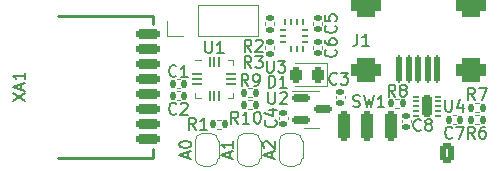
<source format=gto>
G04 #@! TF.GenerationSoftware,KiCad,Pcbnew,(6.0.7)*
G04 #@! TF.CreationDate,2023-02-22T13:34:51-04:00*
G04 #@! TF.ProjectId,Twitch Switch,54776974-6368-4205-9377-697463682e6b,1.1*
G04 #@! TF.SameCoordinates,Original*
G04 #@! TF.FileFunction,Legend,Top*
G04 #@! TF.FilePolarity,Positive*
%FSLAX46Y46*%
G04 Gerber Fmt 4.6, Leading zero omitted, Abs format (unit mm)*
G04 Created by KiCad (PCBNEW (6.0.7)) date 2023-02-22 13:34:51*
%MOMM*%
%LPD*%
G01*
G04 APERTURE LIST*
G04 Aperture macros list*
%AMRoundRect*
0 Rectangle with rounded corners*
0 $1 Rounding radius*
0 $2 $3 $4 $5 $6 $7 $8 $9 X,Y pos of 4 corners*
0 Add a 4 corners polygon primitive as box body*
4,1,4,$2,$3,$4,$5,$6,$7,$8,$9,$2,$3,0*
0 Add four circle primitives for the rounded corners*
1,1,$1+$1,$2,$3*
1,1,$1+$1,$4,$5*
1,1,$1+$1,$6,$7*
1,1,$1+$1,$8,$9*
0 Add four rect primitives between the rounded corners*
20,1,$1+$1,$2,$3,$4,$5,0*
20,1,$1+$1,$4,$5,$6,$7,0*
20,1,$1+$1,$6,$7,$8,$9,0*
20,1,$1+$1,$8,$9,$2,$3,0*%
%AMOutline5P*
0 Free polygon, 5 corners , with rotation*
0 The origin of the aperture is its center*
0 number of corners: always 5*
0 $1 to $10 corner X, Y*
0 $11 Rotation angle, in degrees counterclockwise*
0 create outline with 5 corners*
4,1,5,$1,$2,$3,$4,$5,$6,$7,$8,$9,$10,$1,$2,$11*%
%AMOutline6P*
0 Free polygon, 6 corners , with rotation*
0 The origin of the aperture is its center*
0 number of corners: always 6*
0 $1 to $12 corner X, Y*
0 $13 Rotation angle, in degrees counterclockwise*
0 create outline with 6 corners*
4,1,6,$1,$2,$3,$4,$5,$6,$7,$8,$9,$10,$11,$12,$1,$2,$13*%
%AMOutline7P*
0 Free polygon, 7 corners , with rotation*
0 The origin of the aperture is its center*
0 number of corners: always 7*
0 $1 to $14 corner X, Y*
0 $15 Rotation angle, in degrees counterclockwise*
0 create outline with 7 corners*
4,1,7,$1,$2,$3,$4,$5,$6,$7,$8,$9,$10,$11,$12,$13,$14,$1,$2,$15*%
%AMOutline8P*
0 Free polygon, 8 corners , with rotation*
0 The origin of the aperture is its center*
0 number of corners: always 8*
0 $1 to $16 corner X, Y*
0 $17 Rotation angle, in degrees counterclockwise*
0 create outline with 8 corners*
4,1,8,$1,$2,$3,$4,$5,$6,$7,$8,$9,$10,$11,$12,$13,$14,$15,$16,$1,$2,$17*%
%AMFreePoly0*
4,1,22,0.500000,-0.750000,0.000000,-0.750000,0.000000,-0.745033,-0.079941,-0.743568,-0.215256,-0.701293,-0.333266,-0.622738,-0.424486,-0.514219,-0.481581,-0.384460,-0.499164,-0.250000,-0.500000,-0.250000,-0.500000,0.250000,-0.499164,0.250000,-0.499963,0.256109,-0.478152,0.396186,-0.417904,0.524511,-0.324060,0.630769,-0.204165,0.706417,-0.067858,0.745374,0.000000,0.744959,0.000000,0.750000,
0.500000,0.750000,0.500000,-0.750000,0.500000,-0.750000,$1*%
%AMFreePoly1*
4,1,20,0.000000,0.744959,0.073905,0.744508,0.209726,0.703889,0.328688,0.626782,0.421226,0.519385,0.479903,0.390333,0.500000,0.250000,0.500000,-0.250000,0.499851,-0.262216,0.476331,-0.402017,0.414519,-0.529596,0.319384,-0.634700,0.198574,-0.708877,0.061801,-0.746166,0.000000,-0.745033,0.000000,-0.750000,-0.500000,-0.750000,-0.500000,0.750000,0.000000,0.750000,0.000000,0.744959,
0.000000,0.744959,$1*%
%AMFreePoly2*
4,1,14,0.334644,0.085355,0.385355,0.034644,0.400000,-0.000711,0.400000,-0.050000,0.385355,-0.085355,0.350000,-0.100000,-0.350000,-0.100000,-0.385355,-0.085355,-0.400000,-0.050000,-0.400000,0.050000,-0.385355,0.085355,-0.350000,0.100000,0.299289,0.100000,0.334644,0.085355,0.334644,0.085355,$1*%
%AMFreePoly3*
4,1,14,0.385355,0.085355,0.400000,0.050000,0.400000,0.000711,0.385355,-0.034644,0.334644,-0.085355,0.299289,-0.100000,-0.350000,-0.100000,-0.385355,-0.085355,-0.400000,-0.050000,-0.400000,0.050000,-0.385355,0.085355,-0.350000,0.100000,0.350000,0.100000,0.385355,0.085355,0.385355,0.085355,$1*%
%AMFreePoly4*
4,1,14,0.085355,0.385355,0.100000,0.350000,0.100000,-0.350000,0.085355,-0.385355,0.050000,-0.400000,-0.050000,-0.400000,-0.085355,-0.385355,-0.100000,-0.350000,-0.100000,0.299289,-0.085355,0.334644,-0.034644,0.385355,0.000711,0.400000,0.050000,0.400000,0.085355,0.385355,0.085355,0.385355,$1*%
%AMFreePoly5*
4,1,14,0.034644,0.385355,0.085355,0.334644,0.100000,0.299289,0.100000,-0.350000,0.085355,-0.385355,0.050000,-0.400000,-0.050000,-0.400000,-0.085355,-0.385355,-0.100000,-0.350000,-0.100000,0.350000,-0.085355,0.385355,-0.050000,0.400000,-0.000711,0.400000,0.034644,0.385355,0.034644,0.385355,$1*%
%AMFreePoly6*
4,1,14,0.385355,0.085355,0.400000,0.050000,0.400000,-0.050000,0.385355,-0.085355,0.350000,-0.100000,-0.299289,-0.100000,-0.334644,-0.085355,-0.385355,-0.034644,-0.400000,0.000711,-0.400000,0.050000,-0.385355,0.085355,-0.350000,0.100000,0.350000,0.100000,0.385355,0.085355,0.385355,0.085355,$1*%
%AMFreePoly7*
4,1,14,0.385355,0.085355,0.400000,0.050000,0.400000,-0.050000,0.385355,-0.085355,0.350000,-0.100000,-0.350000,-0.100000,-0.385355,-0.085355,-0.400000,-0.050000,-0.400000,-0.000711,-0.385355,0.034644,-0.334644,0.085355,-0.299289,0.100000,0.350000,0.100000,0.385355,0.085355,0.385355,0.085355,$1*%
%AMFreePoly8*
4,1,14,0.085355,0.385355,0.100000,0.350000,0.100000,-0.299289,0.085355,-0.334644,0.034644,-0.385355,-0.000711,-0.400000,-0.050000,-0.400000,-0.085355,-0.385355,-0.100000,-0.350000,-0.100000,0.350000,-0.085355,0.385355,-0.050000,0.400000,0.050000,0.400000,0.085355,0.385355,0.085355,0.385355,$1*%
%AMFreePoly9*
4,1,14,0.085355,0.385355,0.100000,0.350000,0.100000,-0.350000,0.085355,-0.385355,0.050000,-0.400000,0.000711,-0.400000,-0.034644,-0.385355,-0.085355,-0.334644,-0.100000,-0.299289,-0.100000,0.350000,-0.085355,0.385355,-0.050000,0.400000,0.050000,0.400000,0.085355,0.385355,0.085355,0.385355,$1*%
G04 Aperture macros list end*
%ADD10C,0.150000*%
%ADD11C,0.120000*%
%ADD12C,0.254000*%
%ADD13RoundRect,0.135000X-0.135000X-0.185000X0.135000X-0.185000X0.135000X0.185000X-0.135000X0.185000X0*%
%ADD14RoundRect,0.135000X0.185000X-0.135000X0.185000X0.135000X-0.185000X0.135000X-0.185000X-0.135000X0*%
%ADD15RoundRect,0.250000X0.250000X-1.000000X0.250000X1.000000X-0.250000X1.000000X-0.250000X-1.000000X0*%
%ADD16RoundRect,0.140000X0.140000X0.170000X-0.140000X0.170000X-0.140000X-0.170000X0.140000X-0.170000X0*%
%ADD17RoundRect,0.225000X0.775000X-0.225000X0.775000X0.225000X-0.775000X0.225000X-0.775000X-0.225000X0*%
%ADD18R,1.000000X1.000000*%
%ADD19RoundRect,0.140000X0.170000X-0.140000X0.170000X0.140000X-0.170000X0.140000X-0.170000X-0.140000X0*%
%ADD20FreePoly0,90.000000*%
%ADD21FreePoly1,90.000000*%
%ADD22C,1.000000*%
%ADD23RoundRect,0.150000X-0.587500X-0.150000X0.587500X-0.150000X0.587500X0.150000X-0.587500X0.150000X0*%
%ADD24RoundRect,0.135000X0.135000X0.185000X-0.135000X0.185000X-0.135000X-0.185000X0.135000X-0.185000X0*%
%ADD25RoundRect,0.140000X-0.170000X0.140000X-0.170000X-0.140000X0.170000X-0.140000X0.170000X0.140000X0*%
%ADD26RoundRect,0.243750X0.243750X0.456250X-0.243750X0.456250X-0.243750X-0.456250X0.243750X-0.456250X0*%
%ADD27RoundRect,0.140000X-0.140000X-0.170000X0.140000X-0.170000X0.140000X0.170000X-0.140000X0.170000X0*%
%ADD28RoundRect,0.135000X-0.185000X0.135000X-0.185000X-0.135000X0.185000X-0.135000X0.185000X0.135000X0*%
%ADD29R,1.700000X1.700000*%
%ADD30O,1.700000X1.700000*%
%ADD31Outline5P,-0.237500X0.075000X-0.187500X0.125000X0.237500X0.125000X0.237500X-0.125000X-0.237500X-0.125000X270.000000*%
%ADD32RoundRect,0.062500X0.062500X-0.175000X0.062500X0.175000X-0.062500X0.175000X-0.062500X-0.175000X0*%
%ADD33RoundRect,0.062500X0.175000X0.062500X-0.175000X0.062500X-0.175000X-0.062500X0.175000X-0.062500X0*%
%ADD34C,0.900000*%
%ADD35RoundRect,0.125000X0.125000X1.025000X-0.125000X1.025000X-0.125000X-1.025000X0.125000X-1.025000X0*%
%ADD36RoundRect,0.500000X-0.750000X0.500000X-0.750000X-0.500000X0.750000X-0.500000X0.750000X0.500000X0*%
%ADD37FreePoly2,0.000000*%
%ADD38RoundRect,0.050000X-0.350000X-0.050000X0.350000X-0.050000X0.350000X0.050000X-0.350000X0.050000X0*%
%ADD39FreePoly3,0.000000*%
%ADD40FreePoly4,0.000000*%
%ADD41RoundRect,0.050000X-0.050000X-0.350000X0.050000X-0.350000X0.050000X0.350000X-0.050000X0.350000X0*%
%ADD42FreePoly5,0.000000*%
%ADD43FreePoly6,0.000000*%
%ADD44FreePoly7,0.000000*%
%ADD45FreePoly8,0.000000*%
%ADD46FreePoly9,0.000000*%
%ADD47RoundRect,0.050000X0.200000X0.050000X-0.200000X0.050000X-0.200000X-0.050000X0.200000X-0.050000X0*%
%ADD48RoundRect,0.225000X0.225000X0.725000X-0.225000X0.725000X-0.225000X-0.725000X0.225000X-0.725000X0*%
%ADD49RoundRect,0.250000X-0.350000X-0.625000X0.350000X-0.625000X0.350000X0.625000X-0.350000X0.625000X0*%
%ADD50O,1.200000X1.750000*%
G04 APERTURE END LIST*
D10*
X146804142Y-111704380D02*
X146470809Y-111228190D01*
X146232714Y-111704380D02*
X146232714Y-110704380D01*
X146613666Y-110704380D01*
X146708904Y-110752000D01*
X146756523Y-110799619D01*
X146804142Y-110894857D01*
X146804142Y-111037714D01*
X146756523Y-111132952D01*
X146708904Y-111180571D01*
X146613666Y-111228190D01*
X146232714Y-111228190D01*
X147756523Y-111704380D02*
X147185095Y-111704380D01*
X147470809Y-111704380D02*
X147470809Y-110704380D01*
X147375571Y-110847238D01*
X147280333Y-110942476D01*
X147185095Y-110990095D01*
X148375571Y-110704380D02*
X148470809Y-110704380D01*
X148566047Y-110752000D01*
X148613666Y-110799619D01*
X148661285Y-110894857D01*
X148708904Y-111085333D01*
X148708904Y-111323428D01*
X148661285Y-111513904D01*
X148613666Y-111609142D01*
X148566047Y-111656761D01*
X148470809Y-111704380D01*
X148375571Y-111704380D01*
X148280333Y-111656761D01*
X148232714Y-111609142D01*
X148185095Y-111513904D01*
X148137476Y-111323428D01*
X148137476Y-111085333D01*
X148185095Y-110894857D01*
X148232714Y-110799619D01*
X148280333Y-110752000D01*
X148375571Y-110704380D01*
X147915333Y-107005380D02*
X147582000Y-106529190D01*
X147343904Y-107005380D02*
X147343904Y-106005380D01*
X147724857Y-106005380D01*
X147820095Y-106053000D01*
X147867714Y-106100619D01*
X147915333Y-106195857D01*
X147915333Y-106338714D01*
X147867714Y-106433952D01*
X147820095Y-106481571D01*
X147724857Y-106529190D01*
X147343904Y-106529190D01*
X148248666Y-106005380D02*
X148867714Y-106005380D01*
X148534380Y-106386333D01*
X148677238Y-106386333D01*
X148772476Y-106433952D01*
X148820095Y-106481571D01*
X148867714Y-106576809D01*
X148867714Y-106814904D01*
X148820095Y-106910142D01*
X148772476Y-106957761D01*
X148677238Y-107005380D01*
X148391523Y-107005380D01*
X148296285Y-106957761D01*
X148248666Y-106910142D01*
X156527666Y-110259761D02*
X156670523Y-110307380D01*
X156908619Y-110307380D01*
X157003857Y-110259761D01*
X157051476Y-110212142D01*
X157099095Y-110116904D01*
X157099095Y-110021666D01*
X157051476Y-109926428D01*
X157003857Y-109878809D01*
X156908619Y-109831190D01*
X156718142Y-109783571D01*
X156622904Y-109735952D01*
X156575285Y-109688333D01*
X156527666Y-109593095D01*
X156527666Y-109497857D01*
X156575285Y-109402619D01*
X156622904Y-109355000D01*
X156718142Y-109307380D01*
X156956238Y-109307380D01*
X157099095Y-109355000D01*
X157432428Y-109307380D02*
X157670523Y-110307380D01*
X157861000Y-109593095D01*
X158051476Y-110307380D01*
X158289571Y-109307380D01*
X159194333Y-110307380D02*
X158622904Y-110307380D01*
X158908619Y-110307380D02*
X158908619Y-109307380D01*
X158813380Y-109450238D01*
X158718142Y-109545476D01*
X158622904Y-109593095D01*
X164933333Y-112879142D02*
X164885714Y-112926761D01*
X164742857Y-112974380D01*
X164647619Y-112974380D01*
X164504761Y-112926761D01*
X164409523Y-112831523D01*
X164361904Y-112736285D01*
X164314285Y-112545809D01*
X164314285Y-112402952D01*
X164361904Y-112212476D01*
X164409523Y-112117238D01*
X164504761Y-112022000D01*
X164647619Y-111974380D01*
X164742857Y-111974380D01*
X164885714Y-112022000D01*
X164933333Y-112069619D01*
X165266666Y-111974380D02*
X165933333Y-111974380D01*
X165504761Y-112974380D01*
X127722380Y-109823095D02*
X128722380Y-109156428D01*
X127722380Y-109156428D02*
X128722380Y-109823095D01*
X128436666Y-108823095D02*
X128436666Y-108346904D01*
X128722380Y-108918333D02*
X127722380Y-108585000D01*
X128722380Y-108251666D01*
X128722380Y-107394523D02*
X128722380Y-107965952D01*
X128722380Y-107680238D02*
X127722380Y-107680238D01*
X127865238Y-107775476D01*
X127960476Y-107870714D01*
X128008095Y-107965952D01*
X162266333Y-112244142D02*
X162218714Y-112291761D01*
X162075857Y-112339380D01*
X161980619Y-112339380D01*
X161837761Y-112291761D01*
X161742523Y-112196523D01*
X161694904Y-112101285D01*
X161647285Y-111910809D01*
X161647285Y-111767952D01*
X161694904Y-111577476D01*
X161742523Y-111482238D01*
X161837761Y-111387000D01*
X161980619Y-111339380D01*
X162075857Y-111339380D01*
X162218714Y-111387000D01*
X162266333Y-111434619D01*
X162837761Y-111767952D02*
X162742523Y-111720333D01*
X162694904Y-111672714D01*
X162647285Y-111577476D01*
X162647285Y-111529857D01*
X162694904Y-111434619D01*
X162742523Y-111387000D01*
X162837761Y-111339380D01*
X163028238Y-111339380D01*
X163123476Y-111387000D01*
X163171095Y-111434619D01*
X163218714Y-111529857D01*
X163218714Y-111577476D01*
X163171095Y-111672714D01*
X163123476Y-111720333D01*
X163028238Y-111767952D01*
X162837761Y-111767952D01*
X162742523Y-111815571D01*
X162694904Y-111863190D01*
X162647285Y-111958428D01*
X162647285Y-112148904D01*
X162694904Y-112244142D01*
X162742523Y-112291761D01*
X162837761Y-112339380D01*
X163028238Y-112339380D01*
X163123476Y-112291761D01*
X163171095Y-112244142D01*
X163218714Y-112148904D01*
X163218714Y-111958428D01*
X163171095Y-111863190D01*
X163123476Y-111815571D01*
X163028238Y-111767952D01*
X142533666Y-114633285D02*
X142533666Y-114157095D01*
X142819380Y-114728523D02*
X141819380Y-114395190D01*
X142819380Y-114061857D01*
X141819380Y-113538047D02*
X141819380Y-113442809D01*
X141867000Y-113347571D01*
X141914619Y-113299952D01*
X142009857Y-113252333D01*
X142200333Y-113204714D01*
X142438428Y-113204714D01*
X142628904Y-113252333D01*
X142724142Y-113299952D01*
X142771761Y-113347571D01*
X142819380Y-113442809D01*
X142819380Y-113538047D01*
X142771761Y-113633285D01*
X142724142Y-113680904D01*
X142628904Y-113728523D01*
X142438428Y-113776142D01*
X142200333Y-113776142D01*
X142009857Y-113728523D01*
X141914619Y-113680904D01*
X141867000Y-113633285D01*
X141819380Y-113538047D01*
X149645666Y-114633285D02*
X149645666Y-114157095D01*
X149931380Y-114728523D02*
X148931380Y-114395190D01*
X149931380Y-114061857D01*
X149026619Y-113776142D02*
X148979000Y-113728523D01*
X148931380Y-113633285D01*
X148931380Y-113395190D01*
X148979000Y-113299952D01*
X149026619Y-113252333D01*
X149121857Y-113204714D01*
X149217095Y-113204714D01*
X149359952Y-113252333D01*
X149931380Y-113823761D01*
X149931380Y-113204714D01*
X149352095Y-109053380D02*
X149352095Y-109862904D01*
X149399714Y-109958142D01*
X149447333Y-110005761D01*
X149542571Y-110053380D01*
X149733047Y-110053380D01*
X149828285Y-110005761D01*
X149875904Y-109958142D01*
X149923523Y-109862904D01*
X149923523Y-109053380D01*
X150352095Y-109148619D02*
X150399714Y-109101000D01*
X150494952Y-109053380D01*
X150733047Y-109053380D01*
X150828285Y-109101000D01*
X150875904Y-109148619D01*
X150923523Y-109243857D01*
X150923523Y-109339095D01*
X150875904Y-109481952D01*
X150304476Y-110053380D01*
X150923523Y-110053380D01*
X147661333Y-108529380D02*
X147328000Y-108053190D01*
X147089904Y-108529380D02*
X147089904Y-107529380D01*
X147470857Y-107529380D01*
X147566095Y-107577000D01*
X147613714Y-107624619D01*
X147661333Y-107719857D01*
X147661333Y-107862714D01*
X147613714Y-107957952D01*
X147566095Y-108005571D01*
X147470857Y-108053190D01*
X147089904Y-108053190D01*
X148137523Y-108529380D02*
X148328000Y-108529380D01*
X148423238Y-108481761D01*
X148470857Y-108434142D01*
X148566095Y-108291285D01*
X148613714Y-108100809D01*
X148613714Y-107719857D01*
X148566095Y-107624619D01*
X148518476Y-107577000D01*
X148423238Y-107529380D01*
X148232761Y-107529380D01*
X148137523Y-107577000D01*
X148089904Y-107624619D01*
X148042285Y-107719857D01*
X148042285Y-107957952D01*
X148089904Y-108053190D01*
X148137523Y-108100809D01*
X148232761Y-108148428D01*
X148423238Y-108148428D01*
X148518476Y-108100809D01*
X148566095Y-108053190D01*
X148613714Y-107957952D01*
X155154333Y-108307142D02*
X155106714Y-108354761D01*
X154963857Y-108402380D01*
X154868619Y-108402380D01*
X154725761Y-108354761D01*
X154630523Y-108259523D01*
X154582904Y-108164285D01*
X154535285Y-107973809D01*
X154535285Y-107830952D01*
X154582904Y-107640476D01*
X154630523Y-107545238D01*
X154725761Y-107450000D01*
X154868619Y-107402380D01*
X154963857Y-107402380D01*
X155106714Y-107450000D01*
X155154333Y-107497619D01*
X155487666Y-107402380D02*
X156106714Y-107402380D01*
X155773380Y-107783333D01*
X155916238Y-107783333D01*
X156011476Y-107830952D01*
X156059095Y-107878571D01*
X156106714Y-107973809D01*
X156106714Y-108211904D01*
X156059095Y-108307142D01*
X156011476Y-108354761D01*
X155916238Y-108402380D01*
X155630523Y-108402380D01*
X155535285Y-108354761D01*
X155487666Y-108307142D01*
X149375904Y-108656380D02*
X149375904Y-107656380D01*
X149614000Y-107656380D01*
X149756857Y-107704000D01*
X149852095Y-107799238D01*
X149899714Y-107894476D01*
X149947333Y-108084952D01*
X149947333Y-108227809D01*
X149899714Y-108418285D01*
X149852095Y-108513523D01*
X149756857Y-108608761D01*
X149614000Y-108656380D01*
X149375904Y-108656380D01*
X150899714Y-108656380D02*
X150328285Y-108656380D01*
X150614000Y-108656380D02*
X150614000Y-107656380D01*
X150518761Y-107799238D01*
X150423523Y-107894476D01*
X150328285Y-107942095D01*
X141565333Y-110847142D02*
X141517714Y-110894761D01*
X141374857Y-110942380D01*
X141279619Y-110942380D01*
X141136761Y-110894761D01*
X141041523Y-110799523D01*
X140993904Y-110704285D01*
X140946285Y-110513809D01*
X140946285Y-110370952D01*
X140993904Y-110180476D01*
X141041523Y-110085238D01*
X141136761Y-109990000D01*
X141279619Y-109942380D01*
X141374857Y-109942380D01*
X141517714Y-109990000D01*
X141565333Y-110037619D01*
X141946285Y-110037619D02*
X141993904Y-109990000D01*
X142089142Y-109942380D01*
X142327238Y-109942380D01*
X142422476Y-109990000D01*
X142470095Y-110037619D01*
X142517714Y-110132857D01*
X142517714Y-110228095D01*
X142470095Y-110370952D01*
X141898666Y-110942380D01*
X142517714Y-110942380D01*
X160107333Y-109418380D02*
X159774000Y-108942190D01*
X159535904Y-109418380D02*
X159535904Y-108418380D01*
X159916857Y-108418380D01*
X160012095Y-108466000D01*
X160059714Y-108513619D01*
X160107333Y-108608857D01*
X160107333Y-108751714D01*
X160059714Y-108846952D01*
X160012095Y-108894571D01*
X159916857Y-108942190D01*
X159535904Y-108942190D01*
X160678761Y-108846952D02*
X160583523Y-108799333D01*
X160535904Y-108751714D01*
X160488285Y-108656476D01*
X160488285Y-108608857D01*
X160535904Y-108513619D01*
X160583523Y-108466000D01*
X160678761Y-108418380D01*
X160869238Y-108418380D01*
X160964476Y-108466000D01*
X161012095Y-108513619D01*
X161059714Y-108608857D01*
X161059714Y-108656476D01*
X161012095Y-108751714D01*
X160964476Y-108799333D01*
X160869238Y-108846952D01*
X160678761Y-108846952D01*
X160583523Y-108894571D01*
X160535904Y-108942190D01*
X160488285Y-109037428D01*
X160488285Y-109227904D01*
X160535904Y-109323142D01*
X160583523Y-109370761D01*
X160678761Y-109418380D01*
X160869238Y-109418380D01*
X160964476Y-109370761D01*
X161012095Y-109323142D01*
X161059714Y-109227904D01*
X161059714Y-109037428D01*
X161012095Y-108942190D01*
X160964476Y-108894571D01*
X160869238Y-108846952D01*
X147915333Y-105608380D02*
X147582000Y-105132190D01*
X147343904Y-105608380D02*
X147343904Y-104608380D01*
X147724857Y-104608380D01*
X147820095Y-104656000D01*
X147867714Y-104703619D01*
X147915333Y-104798857D01*
X147915333Y-104941714D01*
X147867714Y-105036952D01*
X147820095Y-105084571D01*
X147724857Y-105132190D01*
X147343904Y-105132190D01*
X148296285Y-104703619D02*
X148343904Y-104656000D01*
X148439142Y-104608380D01*
X148677238Y-104608380D01*
X148772476Y-104656000D01*
X148820095Y-104703619D01*
X148867714Y-104798857D01*
X148867714Y-104894095D01*
X148820095Y-105036952D01*
X148248666Y-105608380D01*
X148867714Y-105608380D01*
X143216333Y-112212380D02*
X142883000Y-111736190D01*
X142644904Y-112212380D02*
X142644904Y-111212380D01*
X143025857Y-111212380D01*
X143121095Y-111260000D01*
X143168714Y-111307619D01*
X143216333Y-111402857D01*
X143216333Y-111545714D01*
X143168714Y-111640952D01*
X143121095Y-111688571D01*
X143025857Y-111736190D01*
X142644904Y-111736190D01*
X144168714Y-112212380D02*
X143597285Y-112212380D01*
X143883000Y-112212380D02*
X143883000Y-111212380D01*
X143787761Y-111355238D01*
X143692523Y-111450476D01*
X143597285Y-111498095D01*
X166838333Y-109672380D02*
X166505000Y-109196190D01*
X166266904Y-109672380D02*
X166266904Y-108672380D01*
X166647857Y-108672380D01*
X166743095Y-108720000D01*
X166790714Y-108767619D01*
X166838333Y-108862857D01*
X166838333Y-109005714D01*
X166790714Y-109100952D01*
X166743095Y-109148571D01*
X166647857Y-109196190D01*
X166266904Y-109196190D01*
X167171666Y-108672380D02*
X167838333Y-108672380D01*
X167409761Y-109672380D01*
X166838333Y-112974380D02*
X166505000Y-112498190D01*
X166266904Y-112974380D02*
X166266904Y-111974380D01*
X166647857Y-111974380D01*
X166743095Y-112022000D01*
X166790714Y-112069619D01*
X166838333Y-112164857D01*
X166838333Y-112307714D01*
X166790714Y-112402952D01*
X166743095Y-112450571D01*
X166647857Y-112498190D01*
X166266904Y-112498190D01*
X167695476Y-111974380D02*
X167505000Y-111974380D01*
X167409761Y-112022000D01*
X167362142Y-112069619D01*
X167266904Y-112212476D01*
X167219285Y-112402952D01*
X167219285Y-112783904D01*
X167266904Y-112879142D01*
X167314523Y-112926761D01*
X167409761Y-112974380D01*
X167600238Y-112974380D01*
X167695476Y-112926761D01*
X167743095Y-112879142D01*
X167790714Y-112783904D01*
X167790714Y-112545809D01*
X167743095Y-112450571D01*
X167695476Y-112402952D01*
X167600238Y-112355333D01*
X167409761Y-112355333D01*
X167314523Y-112402952D01*
X167266904Y-112450571D01*
X167219285Y-112545809D01*
X149225095Y-106386380D02*
X149225095Y-107195904D01*
X149272714Y-107291142D01*
X149320333Y-107338761D01*
X149415571Y-107386380D01*
X149606047Y-107386380D01*
X149701285Y-107338761D01*
X149748904Y-107291142D01*
X149796523Y-107195904D01*
X149796523Y-106386380D01*
X150177476Y-106386380D02*
X150796523Y-106386380D01*
X150463190Y-106767333D01*
X150606047Y-106767333D01*
X150701285Y-106814952D01*
X150748904Y-106862571D01*
X150796523Y-106957809D01*
X150796523Y-107195904D01*
X150748904Y-107291142D01*
X150701285Y-107338761D01*
X150606047Y-107386380D01*
X150320333Y-107386380D01*
X150225095Y-107338761D01*
X150177476Y-107291142D01*
X149963142Y-111418666D02*
X150010761Y-111466285D01*
X150058380Y-111609142D01*
X150058380Y-111704380D01*
X150010761Y-111847238D01*
X149915523Y-111942476D01*
X149820285Y-111990095D01*
X149629809Y-112037714D01*
X149486952Y-112037714D01*
X149296476Y-111990095D01*
X149201238Y-111942476D01*
X149106000Y-111847238D01*
X149058380Y-111704380D01*
X149058380Y-111609142D01*
X149106000Y-111466285D01*
X149153619Y-111418666D01*
X149391714Y-110561523D02*
X150058380Y-110561523D01*
X149010761Y-110799619D02*
X149725047Y-111037714D01*
X149725047Y-110418666D01*
X141565333Y-107672142D02*
X141517714Y-107719761D01*
X141374857Y-107767380D01*
X141279619Y-107767380D01*
X141136761Y-107719761D01*
X141041523Y-107624523D01*
X140993904Y-107529285D01*
X140946285Y-107338809D01*
X140946285Y-107195952D01*
X140993904Y-107005476D01*
X141041523Y-106910238D01*
X141136761Y-106815000D01*
X141279619Y-106767380D01*
X141374857Y-106767380D01*
X141517714Y-106815000D01*
X141565333Y-106862619D01*
X142517714Y-107767380D02*
X141946285Y-107767380D01*
X142232000Y-107767380D02*
X142232000Y-106767380D01*
X142136761Y-106910238D01*
X142041523Y-107005476D01*
X141946285Y-107053095D01*
X155043142Y-105449666D02*
X155090761Y-105497285D01*
X155138380Y-105640142D01*
X155138380Y-105735380D01*
X155090761Y-105878238D01*
X154995523Y-105973476D01*
X154900285Y-106021095D01*
X154709809Y-106068714D01*
X154566952Y-106068714D01*
X154376476Y-106021095D01*
X154281238Y-105973476D01*
X154186000Y-105878238D01*
X154138380Y-105735380D01*
X154138380Y-105640142D01*
X154186000Y-105497285D01*
X154233619Y-105449666D01*
X154138380Y-104592523D02*
X154138380Y-104783000D01*
X154186000Y-104878238D01*
X154233619Y-104925857D01*
X154376476Y-105021095D01*
X154566952Y-105068714D01*
X154947904Y-105068714D01*
X155043142Y-105021095D01*
X155090761Y-104973476D01*
X155138380Y-104878238D01*
X155138380Y-104687761D01*
X155090761Y-104592523D01*
X155043142Y-104544904D01*
X154947904Y-104497285D01*
X154709809Y-104497285D01*
X154614571Y-104544904D01*
X154566952Y-104592523D01*
X154519333Y-104687761D01*
X154519333Y-104878238D01*
X154566952Y-104973476D01*
X154614571Y-105021095D01*
X154709809Y-105068714D01*
X156892666Y-104100380D02*
X156892666Y-104814666D01*
X156845047Y-104957523D01*
X156749809Y-105052761D01*
X156606952Y-105100380D01*
X156511714Y-105100380D01*
X157892666Y-105100380D02*
X157321238Y-105100380D01*
X157606952Y-105100380D02*
X157606952Y-104100380D01*
X157511714Y-104243238D01*
X157416476Y-104338476D01*
X157321238Y-104386095D01*
X144018095Y-104735380D02*
X144018095Y-105544904D01*
X144065714Y-105640142D01*
X144113333Y-105687761D01*
X144208571Y-105735380D01*
X144399047Y-105735380D01*
X144494285Y-105687761D01*
X144541904Y-105640142D01*
X144589523Y-105544904D01*
X144589523Y-104735380D01*
X145589523Y-105735380D02*
X145018095Y-105735380D01*
X145303809Y-105735380D02*
X145303809Y-104735380D01*
X145208571Y-104878238D01*
X145113333Y-104973476D01*
X145018095Y-105021095D01*
X155043142Y-103417666D02*
X155090761Y-103465285D01*
X155138380Y-103608142D01*
X155138380Y-103703380D01*
X155090761Y-103846238D01*
X154995523Y-103941476D01*
X154900285Y-103989095D01*
X154709809Y-104036714D01*
X154566952Y-104036714D01*
X154376476Y-103989095D01*
X154281238Y-103941476D01*
X154186000Y-103846238D01*
X154138380Y-103703380D01*
X154138380Y-103608142D01*
X154186000Y-103465285D01*
X154233619Y-103417666D01*
X154138380Y-102512904D02*
X154138380Y-102989095D01*
X154614571Y-103036714D01*
X154566952Y-102989095D01*
X154519333Y-102893857D01*
X154519333Y-102655761D01*
X154566952Y-102560523D01*
X154614571Y-102512904D01*
X154709809Y-102465285D01*
X154947904Y-102465285D01*
X155043142Y-102512904D01*
X155090761Y-102560523D01*
X155138380Y-102655761D01*
X155138380Y-102893857D01*
X155090761Y-102989095D01*
X155043142Y-103036714D01*
X146089666Y-114633285D02*
X146089666Y-114157095D01*
X146375380Y-114728523D02*
X145375380Y-114395190D01*
X146375380Y-114061857D01*
X146375380Y-113204714D02*
X146375380Y-113776142D01*
X146375380Y-113490428D02*
X145375380Y-113490428D01*
X145518238Y-113585666D01*
X145613476Y-113680904D01*
X145661095Y-113776142D01*
X164338095Y-109688380D02*
X164338095Y-110497904D01*
X164385714Y-110593142D01*
X164433333Y-110640761D01*
X164528571Y-110688380D01*
X164719047Y-110688380D01*
X164814285Y-110640761D01*
X164861904Y-110593142D01*
X164909523Y-110497904D01*
X164909523Y-109688380D01*
X165814285Y-110021714D02*
X165814285Y-110688380D01*
X165576190Y-109640761D02*
X165338095Y-110355047D01*
X165957142Y-110355047D01*
D11*
X147674359Y-110489000D02*
X147981641Y-110489000D01*
X147674359Y-109729000D02*
X147981641Y-109729000D01*
X149859000Y-105436641D02*
X149859000Y-105129359D01*
X149099000Y-105436641D02*
X149099000Y-105129359D01*
X165207836Y-111739000D02*
X164992164Y-111739000D01*
X165207836Y-111019000D02*
X164992164Y-111019000D01*
D12*
X131556000Y-114585000D02*
X139556000Y-114585000D01*
X139556000Y-113885000D02*
X139556000Y-114585000D01*
X139556000Y-102585000D02*
X139556000Y-103285000D01*
X131556000Y-102585000D02*
X139556000Y-102585000D01*
D11*
X161396000Y-111613836D02*
X161396000Y-111398164D01*
X160676000Y-111613836D02*
X160676000Y-111398164D01*
X143145000Y-114619000D02*
X143145000Y-113219000D01*
X144445000Y-115319000D02*
X143845000Y-115319000D01*
X145145000Y-113219000D02*
X145145000Y-114619000D01*
X143845000Y-112519000D02*
X144445000Y-112519000D01*
X143145000Y-114619000D02*
G75*
G03*
X143845000Y-115319000I699999J-1D01*
G01*
X144445000Y-115319000D02*
G75*
G03*
X145145000Y-114619000I1J699999D01*
G01*
X145145000Y-113219000D02*
G75*
G03*
X144445000Y-112519000I-700000J0D01*
G01*
X143845000Y-112519000D02*
G75*
G03*
X143145000Y-113219000I0J-700000D01*
G01*
X150257000Y-114619000D02*
X150257000Y-113219000D01*
X151557000Y-115319000D02*
X150957000Y-115319000D01*
X152257000Y-113219000D02*
X152257000Y-114619000D01*
X150957000Y-112519000D02*
X151557000Y-112519000D01*
X152257000Y-113219000D02*
G75*
G03*
X151557000Y-112519000I-700000J0D01*
G01*
X150257000Y-114619000D02*
G75*
G03*
X150957000Y-115319000I699999J-1D01*
G01*
X151557000Y-115319000D02*
G75*
G03*
X152257000Y-114619000I1J699999D01*
G01*
X150957000Y-112519000D02*
G75*
G03*
X150257000Y-113219000I0J-700000D01*
G01*
X153035000Y-108930000D02*
X153685000Y-108930000D01*
X153035000Y-112050000D02*
X153685000Y-112050000D01*
X153035000Y-108930000D02*
X151360000Y-108930000D01*
X153035000Y-112050000D02*
X152385000Y-112050000D01*
X147981641Y-109473000D02*
X147674359Y-109473000D01*
X147981641Y-108713000D02*
X147674359Y-108713000D01*
X155088000Y-109366164D02*
X155088000Y-109581836D01*
X155808000Y-109366164D02*
X155808000Y-109581836D01*
X154339000Y-106609000D02*
X151654000Y-106609000D01*
X151654000Y-108529000D02*
X154339000Y-108529000D01*
X154339000Y-108529000D02*
X154339000Y-106609000D01*
X141624164Y-108987000D02*
X141839836Y-108987000D01*
X141624164Y-109707000D02*
X141839836Y-109707000D01*
X160427641Y-109602000D02*
X160120359Y-109602000D01*
X160427641Y-110362000D02*
X160120359Y-110362000D01*
X149859000Y-103097359D02*
X149859000Y-103404641D01*
X149099000Y-103097359D02*
X149099000Y-103404641D01*
X145007359Y-111380000D02*
X145314641Y-111380000D01*
X145007359Y-112140000D02*
X145314641Y-112140000D01*
X143383000Y-101667000D02*
X148523000Y-101667000D01*
X148523000Y-104327000D02*
X148523000Y-101667000D01*
X143383000Y-104327000D02*
X148523000Y-104327000D01*
X140783000Y-104327000D02*
X140783000Y-102997000D01*
X143383000Y-104327000D02*
X143383000Y-101667000D01*
X142113000Y-104327000D02*
X140783000Y-104327000D01*
X167158641Y-110743000D02*
X166851359Y-110743000D01*
X167158641Y-109983000D02*
X166851359Y-109983000D01*
X166851359Y-110999000D02*
X167158641Y-110999000D01*
X166851359Y-111759000D02*
X167158641Y-111759000D01*
X150982000Y-111144164D02*
X150982000Y-111359836D01*
X150262000Y-111144164D02*
X150262000Y-111359836D01*
X141624164Y-108691000D02*
X141839836Y-108691000D01*
X141624164Y-107971000D02*
X141839836Y-107971000D01*
X153183000Y-105147164D02*
X153183000Y-105362836D01*
X153903000Y-105147164D02*
X153903000Y-105362836D01*
X146390000Y-109560000D02*
X146390000Y-109110000D01*
X145940000Y-106340000D02*
X146390000Y-106340000D01*
X143170000Y-109560000D02*
X143170000Y-109110000D01*
X145940000Y-109560000D02*
X146390000Y-109560000D01*
X143620000Y-106340000D02*
X143170000Y-106340000D01*
X143620000Y-109560000D02*
X143170000Y-109560000D01*
X146390000Y-106340000D02*
X146390000Y-106790000D01*
X153903000Y-103358836D02*
X153903000Y-103143164D01*
X153183000Y-103358836D02*
X153183000Y-103143164D01*
X148701000Y-113219000D02*
X148701000Y-114619000D01*
X146701000Y-114619000D02*
X146701000Y-113219000D01*
X148001000Y-115319000D02*
X147401000Y-115319000D01*
X147401000Y-112519000D02*
X148001000Y-112519000D01*
X147401000Y-112519000D02*
G75*
G03*
X146701000Y-113219000I0J-700000D01*
G01*
X148701000Y-113219000D02*
G75*
G03*
X148001000Y-112519000I-700000J0D01*
G01*
X146701000Y-114619000D02*
G75*
G03*
X147401000Y-115319000I699999J-1D01*
G01*
X148001000Y-115319000D02*
G75*
G03*
X148701000Y-114619000I1J699999D01*
G01*
%LPC*%
D13*
X147318000Y-110109000D03*
X148338000Y-110109000D03*
D14*
X149479000Y-105793000D03*
X149479000Y-104773000D03*
D15*
X155750000Y-111920000D03*
X159750000Y-111920000D03*
X157750000Y-111920000D03*
D16*
X165580000Y-111379000D03*
X164620000Y-111379000D03*
D17*
X139192000Y-113030000D03*
X139192000Y-111760000D03*
X139192000Y-110490000D03*
X139192000Y-109220000D03*
X139192000Y-107950000D03*
X139192000Y-106680000D03*
X139192000Y-105410000D03*
X139192000Y-104140000D03*
D18*
X128056000Y-103085000D03*
D19*
X161036000Y-111986000D03*
X161036000Y-111026000D03*
D20*
X144145000Y-114569000D03*
D21*
X144145000Y-113269000D03*
D20*
X151257000Y-114569000D03*
D21*
X151257000Y-113269000D03*
D22*
X129286000Y-102743000D03*
D23*
X152097500Y-109540000D03*
X152097500Y-111440000D03*
X153972500Y-110490000D03*
D22*
X167132000Y-103632000D03*
D24*
X148338000Y-109093000D03*
X147318000Y-109093000D03*
D25*
X155448000Y-108994000D03*
X155448000Y-109954000D03*
D26*
X153591500Y-107569000D03*
X151716500Y-107569000D03*
D27*
X141252000Y-109347000D03*
X142212000Y-109347000D03*
D24*
X160784000Y-109982000D03*
X159764000Y-109982000D03*
D28*
X149479000Y-102741000D03*
X149479000Y-103761000D03*
D13*
X144651000Y-111760000D03*
X145671000Y-111760000D03*
D29*
X142113000Y-102997000D03*
D30*
X144653000Y-102997000D03*
X147193000Y-102997000D03*
D24*
X167515000Y-110363000D03*
X166495000Y-110363000D03*
D13*
X166495000Y-111379000D03*
X167515000Y-111379000D03*
D31*
X150761000Y-105429500D03*
D32*
X151261000Y-105429500D03*
X151761000Y-105429500D03*
X152261000Y-105429500D03*
D33*
X152423500Y-104767000D03*
X152423500Y-104267000D03*
X152423500Y-103767000D03*
D32*
X152261000Y-103104500D03*
X151761000Y-103104500D03*
X151261000Y-103104500D03*
X150761000Y-103104500D03*
D33*
X150598500Y-103767000D03*
X150598500Y-104267000D03*
X150598500Y-104767000D03*
D25*
X150622000Y-110772000D03*
X150622000Y-111732000D03*
D27*
X141252000Y-108331000D03*
X142212000Y-108331000D03*
D25*
X153543000Y-104775000D03*
X153543000Y-105735000D03*
D34*
X159852000Y-104648000D03*
X164252000Y-104648000D03*
D35*
X163652000Y-107048000D03*
X162852000Y-107048000D03*
X162052000Y-107048000D03*
X161252000Y-107048000D03*
X160452000Y-107048000D03*
D36*
X166502000Y-107198000D03*
X166502000Y-101698000D03*
X157602000Y-101698000D03*
X157602000Y-107198000D03*
D37*
X143330000Y-107150000D03*
D38*
X143330000Y-107550000D03*
X143330000Y-107950000D03*
X143330000Y-108350000D03*
D39*
X143330000Y-108750000D03*
D40*
X143980000Y-109400000D03*
D41*
X144380000Y-109400000D03*
X144780000Y-109400000D03*
X145180000Y-109400000D03*
D42*
X145580000Y-109400000D03*
D43*
X146230000Y-108750000D03*
D38*
X146230000Y-108350000D03*
X146230000Y-107950000D03*
X146230000Y-107550000D03*
D44*
X146230000Y-107150000D03*
D45*
X145580000Y-106500000D03*
D41*
X145180000Y-106500000D03*
X144780000Y-106500000D03*
X144380000Y-106500000D03*
D46*
X143980000Y-106500000D03*
D29*
X144780000Y-107950000D03*
D19*
X153543000Y-103731000D03*
X153543000Y-102771000D03*
D20*
X147701000Y-114569000D03*
D21*
X147701000Y-113269000D03*
D22*
X128143000Y-114427000D03*
D47*
X163764000Y-111036000D03*
X163764000Y-110636000D03*
X163764000Y-110236000D03*
X163764000Y-109836000D03*
X163764000Y-109436000D03*
X161864000Y-109436000D03*
X161864000Y-109836000D03*
X161864000Y-110236000D03*
X161864000Y-110636000D03*
X161864000Y-111036000D03*
D48*
X162814000Y-110236000D03*
D49*
X164452300Y-114221260D03*
D50*
X166452300Y-114221260D03*
M02*

</source>
